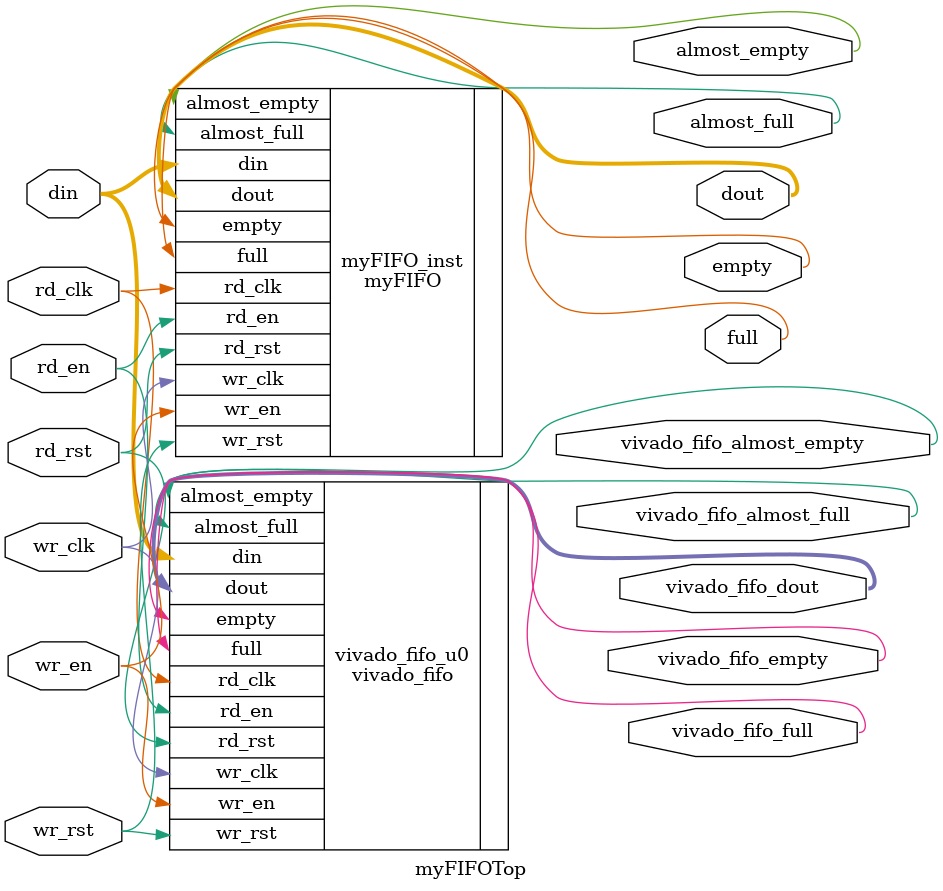
<source format=v>
/*
 * @Author       : Xu Xiaokang
 * @Email        : xuxiaokang_up@qq.com
 * @Date         : 2023-10-09 09:43:46
 * @LastEditors  : Xu Xiaokang
 * @LastEditTime : 2024-09-12 15:55:23
 * @Filename     :
 * @Description  :
*/

/*
! 模块功能: 异步FIFO
* 思路:
  1.在判断写满与读空信号时，需要转换时钟域，为止先将读写指针转换为格雷码，减小亚稳态发生的概率
  2.开辟一个寄存器组作为RAM实现数据存储
*/

`default_nettype none

module myFIFOTop
#(
  parameter [0 : 0] IS_ASYNC    = 1, // 1表示异步FIFO, 0表示同步FIFO
  parameter         DIN_WIDTH   = 8, // 输入位宽与输出位宽比值必须为2的指数，如1,2,4,8,16等
  parameter         DOUT_WIDTH  = 4,
  parameter         WADDR_WIDTH = 4,
  parameter RAM_STYLE = "distributed", // 可选"block", "distributed"
  parameter [0 : 0] FWFT_EN     = 1, // First word fall-through without latency
  parameter [0 : 0] MSB_FIFO    = 1  // 1表示高位先进先出, 0表示低位先进先出
)(
  input  wire [DIN_WIDTH-1:0] din,
  input  wire                 wr_en,
  output wire                 full,
  output wire                 almost_full,
  input  wire                 wr_clk,
  input  wire                 wr_rst,


  output wire [DOUT_WIDTH-1:0] dout,
  input  wire                  rd_en,
  output wire                  empty,
  output wire                  almost_empty,
  input  wire                  rd_clk,
  input  wire                  rd_rst,

  output wire [DOUT_WIDTH-1:0] vivado_fifo_dout,
  output wire                  vivado_fifo_full,
  output wire                  vivado_fifo_empty,
  output wire                  vivado_fifo_almost_full,
  output wire                  vivado_fifo_almost_empty
);


vivado_fifo vivado_fifo_u0 (
  .wr_clk       (wr_clk                 ), // input wire wr_clk
  .wr_rst       (wr_rst                 ), // input wire wr_rst
  .rd_clk       (rd_clk                 ), // input wire rd_clk
  .rd_rst       (rd_rst                 ), // input wire rd_rst
  .din          (din                    ), // input wire [7 : 0] din
  .wr_en        (wr_en                  ), // input wire wr_en
  .rd_en        (rd_en                  ), // input wire rd_en
  .dout         (vivado_fifo_dout       ), // output wire [7: 0] dout
  .full         (vivado_fifo_full       ), // output wire full
  .almost_full  (vivado_fifo_almost_full), // output wire almost_full
  .empty        (vivado_fifo_empty      ), // output wire empty
  .almost_empty (vivado_fifo_almost_empty)  // output wire almost_empty
);


myFIFO # (
  .IS_ASYNC    (IS_ASYNC   ),
  .DIN_WIDTH   (DIN_WIDTH  ),
  .DOUT_WIDTH  (DOUT_WIDTH ),
  .WADDR_WIDTH (WADDR_WIDTH),
  .RAM_STYLE   (RAM_STYLE  ),
  .FWFT_EN     (FWFT_EN    ),
  .MSB_FIFO    (MSB_FIFO   )
) myFIFO_inst (
  .din          (din         ),
  .wr_en        (wr_en       ),
  .full         (full        ),
  .almost_full  (almost_full ),
  .wr_clk       (wr_clk      ),
  .wr_rst       (wr_rst      ),
  .dout         (dout        ),
  .rd_en        (rd_en       ),
  .empty        (empty       ),
  .almost_empty (almost_empty),
  .rd_clk       (rd_clk      ),
  .rd_rst       (rd_rst      )
);

endmodule
`resetall
</source>
